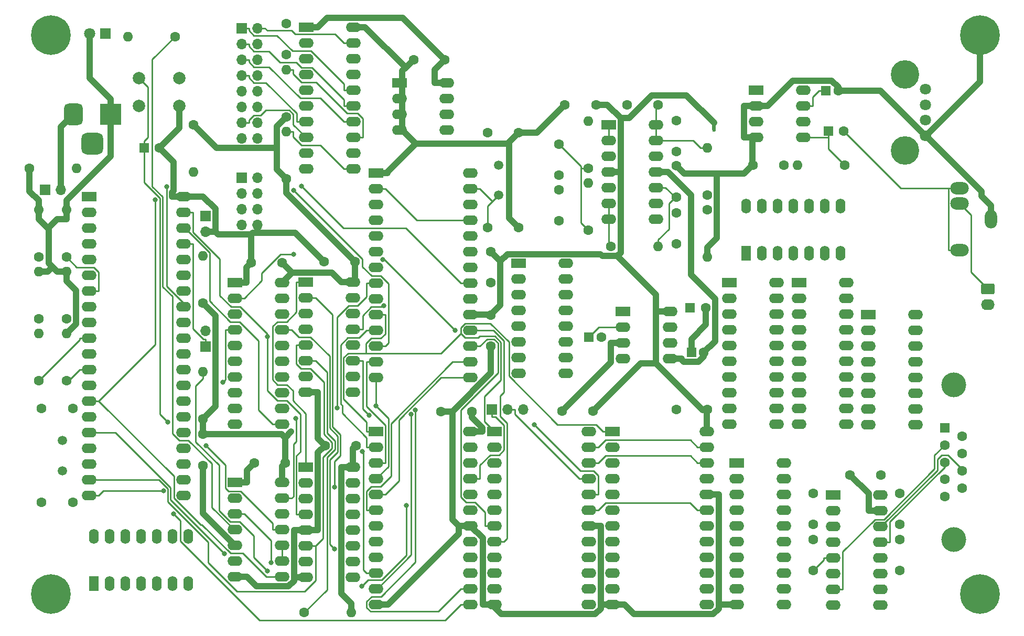
<source format=gbl>
G04 #@! TF.GenerationSoftware,KiCad,Pcbnew,(6.0.11)*
G04 #@! TF.CreationDate,2024-04-02T11:50:41-04:00*
G04 #@! TF.ProjectId,DAISY256,44414953-5932-4353-962e-6b696361645f,rev?*
G04 #@! TF.SameCoordinates,Original*
G04 #@! TF.FileFunction,Copper,L2,Bot*
G04 #@! TF.FilePolarity,Positive*
%FSLAX46Y46*%
G04 Gerber Fmt 4.6, Leading zero omitted, Abs format (unit mm)*
G04 Created by KiCad (PCBNEW (6.0.11)) date 2024-04-02 11:50:41*
%MOMM*%
%LPD*%
G01*
G04 APERTURE LIST*
G04 Aperture macros list*
%AMRoundRect*
0 Rectangle with rounded corners*
0 $1 Rounding radius*
0 $2 $3 $4 $5 $6 $7 $8 $9 X,Y pos of 4 corners*
0 Add a 4 corners polygon primitive as box body*
4,1,4,$2,$3,$4,$5,$6,$7,$8,$9,$2,$3,0*
0 Add four circle primitives for the rounded corners*
1,1,$1+$1,$2,$3*
1,1,$1+$1,$4,$5*
1,1,$1+$1,$6,$7*
1,1,$1+$1,$8,$9*
0 Add four rect primitives between the rounded corners*
20,1,$1+$1,$2,$3,$4,$5,0*
20,1,$1+$1,$4,$5,$6,$7,0*
20,1,$1+$1,$6,$7,$8,$9,0*
20,1,$1+$1,$8,$9,$2,$3,0*%
G04 Aperture macros list end*
G04 #@! TA.AperFunction,ComponentPad*
%ADD10C,1.500000*%
G04 #@! TD*
G04 #@! TA.AperFunction,ComponentPad*
%ADD11R,2.400000X1.600000*%
G04 #@! TD*
G04 #@! TA.AperFunction,ComponentPad*
%ADD12O,2.400000X1.600000*%
G04 #@! TD*
G04 #@! TA.AperFunction,ComponentPad*
%ADD13C,1.600000*%
G04 #@! TD*
G04 #@! TA.AperFunction,ComponentPad*
%ADD14O,1.600000X1.600000*%
G04 #@! TD*
G04 #@! TA.AperFunction,ComponentPad*
%ADD15C,1.800000*%
G04 #@! TD*
G04 #@! TA.AperFunction,ComponentPad*
%ADD16C,4.600000*%
G04 #@! TD*
G04 #@! TA.AperFunction,ComponentPad*
%ADD17O,3.000000X2.000000*%
G04 #@! TD*
G04 #@! TA.AperFunction,ComponentPad*
%ADD18O,2.000000X3.000000*%
G04 #@! TD*
G04 #@! TA.AperFunction,ComponentPad*
%ADD19O,2.999999X2.000000*%
G04 #@! TD*
G04 #@! TA.AperFunction,ComponentPad*
%ADD20R,3.500000X3.500000*%
G04 #@! TD*
G04 #@! TA.AperFunction,ComponentPad*
%ADD21RoundRect,0.750000X-0.750000X-1.000000X0.750000X-1.000000X0.750000X1.000000X-0.750000X1.000000X0*%
G04 #@! TD*
G04 #@! TA.AperFunction,ComponentPad*
%ADD22RoundRect,0.875000X-0.875000X-0.875000X0.875000X-0.875000X0.875000X0.875000X-0.875000X0.875000X0*%
G04 #@! TD*
G04 #@! TA.AperFunction,ComponentPad*
%ADD23R,1.600000X1.600000*%
G04 #@! TD*
G04 #@! TA.AperFunction,ComponentPad*
%ADD24C,4.000000*%
G04 #@! TD*
G04 #@! TA.AperFunction,ComponentPad*
%ADD25C,2.000000*%
G04 #@! TD*
G04 #@! TA.AperFunction,ComponentPad*
%ADD26R,1.700000X1.700000*%
G04 #@! TD*
G04 #@! TA.AperFunction,ComponentPad*
%ADD27O,1.700000X1.700000*%
G04 #@! TD*
G04 #@! TA.AperFunction,ComponentPad*
%ADD28R,1.800000X1.800000*%
G04 #@! TD*
G04 #@! TA.AperFunction,ComponentPad*
%ADD29RoundRect,0.250000X-0.845000X0.620000X-0.845000X-0.620000X0.845000X-0.620000X0.845000X0.620000X0*%
G04 #@! TD*
G04 #@! TA.AperFunction,ComponentPad*
%ADD30O,2.190000X1.740000*%
G04 #@! TD*
G04 #@! TA.AperFunction,ComponentPad*
%ADD31R,1.600000X2.400000*%
G04 #@! TD*
G04 #@! TA.AperFunction,ComponentPad*
%ADD32O,1.600000X2.400000*%
G04 #@! TD*
G04 #@! TA.AperFunction,ComponentPad*
%ADD33C,6.400000*%
G04 #@! TD*
G04 #@! TA.AperFunction,ComponentPad*
%ADD34C,0.600000*%
G04 #@! TD*
G04 #@! TA.AperFunction,ViaPad*
%ADD35C,0.800000*%
G04 #@! TD*
G04 #@! TA.AperFunction,Conductor*
%ADD36C,0.250000*%
G04 #@! TD*
G04 #@! TA.AperFunction,Conductor*
%ADD37C,1.000000*%
G04 #@! TD*
G04 APERTURE END LIST*
G36*
X158550000Y-78850000D02*
G01*
X157950000Y-78850000D01*
X157950000Y-77650000D01*
X158550000Y-77650000D01*
X158550000Y-78850000D01*
G37*
D10*
X123444000Y-89361000D03*
X123444000Y-84481000D03*
X53000000Y-128970000D03*
X53000000Y-133850000D03*
D11*
X141856000Y-127495000D03*
D12*
X141856000Y-130035000D03*
X141856000Y-132575000D03*
X141856000Y-135115000D03*
X141856000Y-137655000D03*
X141856000Y-140195000D03*
X141856000Y-142735000D03*
X141856000Y-145275000D03*
X141856000Y-147815000D03*
X141856000Y-150355000D03*
X141856000Y-152895000D03*
X141856000Y-155435000D03*
X157096000Y-155435000D03*
X157096000Y-152895000D03*
X157096000Y-150355000D03*
X157096000Y-147815000D03*
X157096000Y-145275000D03*
X157096000Y-142735000D03*
X157096000Y-140195000D03*
X157096000Y-137655000D03*
X157096000Y-135115000D03*
X157096000Y-132575000D03*
X157096000Y-130035000D03*
X157096000Y-127495000D03*
D11*
X165012000Y-72350000D03*
D12*
X165012000Y-74890000D03*
X165012000Y-77430000D03*
X165012000Y-79970000D03*
X172632000Y-79970000D03*
X172632000Y-77430000D03*
X172632000Y-74890000D03*
X172632000Y-72350000D03*
D11*
X92355000Y-103350000D03*
D12*
X92355000Y-105890000D03*
X92355000Y-108430000D03*
X92355000Y-110970000D03*
X92355000Y-113510000D03*
X92355000Y-116050000D03*
X92355000Y-118590000D03*
X92355000Y-121130000D03*
X99975000Y-121130000D03*
X99975000Y-118590000D03*
X99975000Y-116050000D03*
X99975000Y-113510000D03*
X99975000Y-110970000D03*
X99975000Y-108430000D03*
X99975000Y-105890000D03*
X99975000Y-103350000D03*
D11*
X80880000Y-103420000D03*
D12*
X80880000Y-105960000D03*
X80880000Y-108500000D03*
X80880000Y-111040000D03*
X80880000Y-113580000D03*
X80880000Y-116120000D03*
X80880000Y-118660000D03*
X80880000Y-121200000D03*
X80880000Y-123740000D03*
X80880000Y-126280000D03*
X88500000Y-126280000D03*
X88500000Y-123740000D03*
X88500000Y-121200000D03*
X88500000Y-118660000D03*
X88500000Y-116120000D03*
X88500000Y-113580000D03*
X88500000Y-111040000D03*
X88500000Y-108500000D03*
X88500000Y-105960000D03*
X88500000Y-103420000D03*
D13*
X95430000Y-129750000D03*
X100430000Y-129750000D03*
X122205000Y-103470000D03*
X122205000Y-98470000D03*
D11*
X80905000Y-135750000D03*
D12*
X80905000Y-138290000D03*
X80905000Y-140830000D03*
X80905000Y-143370000D03*
X80905000Y-145910000D03*
X80905000Y-148450000D03*
X80905000Y-150990000D03*
X88525000Y-150990000D03*
X88525000Y-148450000D03*
X88525000Y-145910000D03*
X88525000Y-143370000D03*
X88525000Y-140830000D03*
X88525000Y-138290000D03*
X88525000Y-135750000D03*
D13*
X133680000Y-124220000D03*
X138680000Y-124220000D03*
X84000000Y-132580000D03*
X89000000Y-132580000D03*
X126705000Y-94545000D03*
X121705000Y-94545000D03*
X126705000Y-79250000D03*
X121705000Y-79250000D03*
D11*
X141258000Y-77960000D03*
D12*
X141258000Y-80500000D03*
X141258000Y-83040000D03*
X141258000Y-85580000D03*
X141258000Y-88120000D03*
X141258000Y-90660000D03*
X141258000Y-93200000D03*
X148878000Y-93200000D03*
X148878000Y-90660000D03*
X148878000Y-88120000D03*
X148878000Y-85580000D03*
X148878000Y-83040000D03*
X148878000Y-80500000D03*
X148878000Y-77960000D03*
D13*
X152180000Y-92160000D03*
X152180000Y-97160000D03*
X169500000Y-84500000D03*
X164500000Y-84500000D03*
X49680000Y-138970000D03*
X54680000Y-138970000D03*
X49680000Y-123750000D03*
X54680000Y-123750000D03*
X174250000Y-142470000D03*
X174250000Y-137470000D03*
X188250000Y-149970000D03*
X188250000Y-144970000D03*
X180180000Y-134500000D03*
X185180000Y-134500000D03*
X122180000Y-113720000D03*
X122180000Y-108720000D03*
X75680000Y-132970000D03*
X75680000Y-127970000D03*
X152180000Y-123970000D03*
X157180000Y-123970000D03*
X95250000Y-100080000D03*
X100250000Y-100080000D03*
X188250000Y-142470000D03*
X188250000Y-137470000D03*
X174250000Y-149970000D03*
X174250000Y-144970000D03*
D11*
X122806000Y-127495000D03*
D12*
X122806000Y-130035000D03*
X122806000Y-132575000D03*
X122806000Y-135115000D03*
X122806000Y-137655000D03*
X122806000Y-140195000D03*
X122806000Y-142735000D03*
X122806000Y-145275000D03*
X122806000Y-147815000D03*
X122806000Y-150355000D03*
X122806000Y-152895000D03*
X122806000Y-155435000D03*
X138046000Y-155435000D03*
X138046000Y-152895000D03*
X138046000Y-150355000D03*
X138046000Y-147815000D03*
X138046000Y-145275000D03*
X138046000Y-142735000D03*
X138046000Y-140195000D03*
X138046000Y-137655000D03*
X138046000Y-135115000D03*
X138046000Y-132575000D03*
X138046000Y-130035000D03*
X138046000Y-127495000D03*
D11*
X57361000Y-89550000D03*
D12*
X57361000Y-92090000D03*
X57361000Y-94630000D03*
X57361000Y-97170000D03*
X57361000Y-99710000D03*
X57361000Y-102250000D03*
X57361000Y-104790000D03*
X57361000Y-107330000D03*
X57361000Y-109870000D03*
X57361000Y-112410000D03*
X57361000Y-114950000D03*
X57361000Y-117490000D03*
X57361000Y-120030000D03*
X57361000Y-122570000D03*
X57361000Y-125110000D03*
X57361000Y-127650000D03*
X57361000Y-130190000D03*
X57361000Y-132730000D03*
X57361000Y-135270000D03*
X57361000Y-137810000D03*
X72601000Y-137810000D03*
X72601000Y-135270000D03*
X72601000Y-132730000D03*
X72601000Y-130190000D03*
X72601000Y-127650000D03*
X72601000Y-125110000D03*
X72601000Y-122570000D03*
X72601000Y-120030000D03*
X72601000Y-117490000D03*
X72601000Y-114950000D03*
X72601000Y-112410000D03*
X72601000Y-109870000D03*
X72601000Y-107330000D03*
X72601000Y-104790000D03*
X72601000Y-102250000D03*
X72601000Y-99710000D03*
X72601000Y-97170000D03*
X72601000Y-94630000D03*
X72601000Y-92090000D03*
X72601000Y-89550000D03*
D13*
X179310000Y-84500000D03*
D14*
X171690000Y-84500000D03*
D13*
X92060000Y-156750000D03*
D14*
X99680000Y-156750000D03*
D13*
X74180000Y-77993000D03*
D14*
X74180000Y-85613000D03*
D15*
X192350000Y-72250000D03*
D16*
X189050000Y-69850000D03*
X189050000Y-82150000D03*
D15*
X192350000Y-79750000D03*
X192350000Y-77250000D03*
X192350000Y-74750000D03*
D17*
X197930000Y-98186000D03*
D18*
X202930000Y-93186000D03*
D17*
X197930000Y-88186000D03*
D19*
X197930000Y-90686000D03*
D20*
X60815500Y-76292500D03*
D21*
X54815500Y-76292500D03*
D22*
X57815500Y-80992500D03*
D23*
X176702900Y-79000000D03*
D13*
X179202900Y-79000000D03*
X133180000Y-81082000D03*
X133180000Y-86082000D03*
X133180000Y-88470000D03*
X133180000Y-93470000D03*
X152180000Y-89620000D03*
X152180000Y-84620000D03*
X134180000Y-74720000D03*
X139180000Y-74720000D03*
X157180000Y-89310000D03*
D14*
X157180000Y-81690000D03*
D13*
X152180000Y-77304000D03*
X152180000Y-82304000D03*
X157180000Y-91660000D03*
D14*
X157180000Y-99280000D03*
D13*
X137939000Y-84970000D03*
D14*
X137939000Y-77350000D03*
D13*
X141629000Y-97660000D03*
D14*
X149249000Y-97660000D03*
D13*
X137939000Y-94970000D03*
D14*
X137939000Y-87350000D03*
D24*
X196919700Y-144960000D03*
X196919700Y-119960000D03*
D23*
X195499700Y-126920000D03*
D13*
X195499700Y-129690000D03*
X195499700Y-132460000D03*
X195499700Y-135230000D03*
X195499700Y-138000000D03*
X198339700Y-128305000D03*
X198339700Y-131075000D03*
X198339700Y-133845000D03*
X198339700Y-136615000D03*
D11*
X103632000Y-85805000D03*
D12*
X103632000Y-88345000D03*
X103632000Y-90885000D03*
X103632000Y-93425000D03*
X103632000Y-95965000D03*
X103632000Y-98505000D03*
X103632000Y-101045000D03*
X103632000Y-103585000D03*
X103632000Y-106125000D03*
X103632000Y-108665000D03*
X103632000Y-111205000D03*
X103632000Y-113745000D03*
X103632000Y-116285000D03*
X103632000Y-118825000D03*
X118872000Y-118825000D03*
X118872000Y-116285000D03*
X118872000Y-113745000D03*
X118872000Y-111205000D03*
X118872000Y-108665000D03*
X118872000Y-106125000D03*
X118872000Y-103585000D03*
X118872000Y-101045000D03*
X118872000Y-98505000D03*
X118872000Y-95965000D03*
X118872000Y-93425000D03*
X118872000Y-90885000D03*
X118872000Y-88345000D03*
X118872000Y-85805000D03*
D11*
X177485000Y-137765000D03*
D12*
X177485000Y-140305000D03*
X177485000Y-142845000D03*
X177485000Y-145385000D03*
X177485000Y-147925000D03*
X177485000Y-150465000D03*
X177485000Y-153005000D03*
X177485000Y-155545000D03*
X185105000Y-155545000D03*
X185105000Y-153005000D03*
X185105000Y-150465000D03*
X185105000Y-147925000D03*
X185105000Y-145385000D03*
X185105000Y-142845000D03*
X185105000Y-140305000D03*
X185105000Y-137765000D03*
D13*
X149180000Y-74720000D03*
X144180000Y-74720000D03*
D23*
X66200500Y-81720000D03*
D13*
X68700500Y-81720000D03*
X75680000Y-125470000D03*
D14*
X75680000Y-117850000D03*
D25*
X71930000Y-74970000D03*
X65430000Y-74970000D03*
X65430000Y-70470000D03*
X71930000Y-70470000D03*
D26*
X76180000Y-113785000D03*
D27*
X76180000Y-111245000D03*
D28*
X59935000Y-63220000D03*
D15*
X57395000Y-63220000D03*
D13*
X71240000Y-63720000D03*
D14*
X63620000Y-63720000D03*
D26*
X122390000Y-123970000D03*
D27*
X124930000Y-123970000D03*
X127470000Y-123970000D03*
D23*
X176292100Y-72500000D03*
D13*
X178292100Y-72500000D03*
D29*
X202480000Y-104480000D03*
D30*
X202480000Y-107020000D03*
D23*
X138064200Y-112269300D03*
D13*
X140064200Y-112269300D03*
D11*
X143505100Y-108155100D03*
D12*
X143505100Y-110695100D03*
X143505100Y-113235100D03*
X143505100Y-115775100D03*
X151125100Y-115775100D03*
X151125100Y-113235100D03*
X151125100Y-110695100D03*
X151125100Y-108155100D03*
D23*
X154589800Y-114750000D03*
D13*
X156589800Y-114750000D03*
D23*
X154404000Y-107530000D03*
D13*
X156904000Y-107530000D03*
D31*
X58125000Y-152050000D03*
D32*
X60665000Y-152050000D03*
X63205000Y-152050000D03*
X65745000Y-152050000D03*
X68285000Y-152050000D03*
X70825000Y-152050000D03*
X73365000Y-152050000D03*
X73365000Y-144430000D03*
X70825000Y-144430000D03*
X68285000Y-144430000D03*
X65745000Y-144430000D03*
X63205000Y-144430000D03*
X60665000Y-144430000D03*
X58125000Y-144430000D03*
D26*
X76180000Y-92675000D03*
D27*
X76180000Y-95215000D03*
D33*
X51180000Y-153742200D03*
D26*
X81975000Y-62375000D03*
D27*
X84515000Y-62375000D03*
X81975000Y-64915000D03*
X84515000Y-64915000D03*
X81975000Y-67455000D03*
X84515000Y-67455000D03*
X81975000Y-69995000D03*
X84515000Y-69995000D03*
X81975000Y-72535000D03*
X84515000Y-72535000D03*
X81975000Y-75075000D03*
X84515000Y-75075000D03*
X81975000Y-77615000D03*
X84515000Y-77615000D03*
X81975000Y-80155000D03*
X84515000Y-80155000D03*
D31*
X163420000Y-98750000D03*
D32*
X165960000Y-98750000D03*
X168500000Y-98750000D03*
X171040000Y-98750000D03*
X173580000Y-98750000D03*
X176120000Y-98750000D03*
X178660000Y-98750000D03*
X178660000Y-91130000D03*
X176120000Y-91130000D03*
X173580000Y-91130000D03*
X171040000Y-91130000D03*
X168500000Y-91130000D03*
X165960000Y-91130000D03*
X163420000Y-91130000D03*
D13*
X109750000Y-67470000D03*
X114750000Y-67470000D03*
X89180000Y-76705000D03*
D14*
X89180000Y-69085000D03*
D26*
X82000000Y-86500000D03*
D27*
X84540000Y-86500000D03*
X82000000Y-89040000D03*
X84540000Y-89040000D03*
X82000000Y-91580000D03*
X84540000Y-91580000D03*
X82000000Y-94120000D03*
X84540000Y-94120000D03*
D11*
X126700000Y-100350000D03*
D12*
X126700000Y-102890000D03*
X126700000Y-105430000D03*
X126700000Y-107970000D03*
X126700000Y-110510000D03*
X126700000Y-113050000D03*
X126700000Y-115590000D03*
X126700000Y-118130000D03*
X134320000Y-118130000D03*
X134320000Y-115590000D03*
X134320000Y-113050000D03*
X134320000Y-110510000D03*
X134320000Y-107970000D03*
X134320000Y-105430000D03*
X134320000Y-102890000D03*
X134320000Y-100350000D03*
D11*
X161950000Y-132575000D03*
D12*
X161950000Y-135115000D03*
X161950000Y-137655000D03*
X161950000Y-140195000D03*
X161950000Y-142735000D03*
X161950000Y-145275000D03*
X161950000Y-147815000D03*
X161950000Y-150355000D03*
X161950000Y-152895000D03*
X161950000Y-155435000D03*
X169570000Y-155435000D03*
X169570000Y-152895000D03*
X169570000Y-150355000D03*
X169570000Y-147815000D03*
X169570000Y-145275000D03*
X169570000Y-142735000D03*
X169570000Y-140195000D03*
X169570000Y-137655000D03*
X169570000Y-135115000D03*
X169570000Y-132575000D03*
D11*
X92355000Y-133301000D03*
D12*
X92355000Y-135841000D03*
X92355000Y-138381000D03*
X92355000Y-140921000D03*
X92355000Y-143461000D03*
X92355000Y-146001000D03*
X92355000Y-148541000D03*
X92355000Y-151081000D03*
X99975000Y-151081000D03*
X99975000Y-148541000D03*
X99975000Y-146001000D03*
X99975000Y-143461000D03*
X99975000Y-140921000D03*
X99975000Y-138381000D03*
X99975000Y-135841000D03*
X99975000Y-133301000D03*
D13*
X53680000Y-99310000D03*
D14*
X53680000Y-91690000D03*
D11*
X183200000Y-108600000D03*
D12*
X183200000Y-111140000D03*
X183200000Y-113680000D03*
X183200000Y-116220000D03*
X183200000Y-118760000D03*
X183200000Y-121300000D03*
X183200000Y-123840000D03*
X183200000Y-126380000D03*
X190820000Y-126380000D03*
X190820000Y-123840000D03*
X190820000Y-121300000D03*
X190820000Y-118760000D03*
X190820000Y-116220000D03*
X190820000Y-113680000D03*
X190820000Y-111140000D03*
X190820000Y-108600000D03*
D13*
X53680000Y-109310000D03*
D14*
X53680000Y-101690000D03*
D13*
X49180000Y-99310000D03*
D14*
X49180000Y-91690000D03*
D26*
X50225000Y-88500000D03*
D27*
X52765000Y-88500000D03*
D13*
X49180000Y-109310000D03*
D14*
X49180000Y-101690000D03*
D33*
X201180000Y-63496000D03*
D13*
X47690000Y-85000000D03*
D14*
X55310000Y-85000000D03*
D13*
X114180000Y-124250000D03*
X119180000Y-124250000D03*
X83500000Y-100250000D03*
X88500000Y-100250000D03*
X53680000Y-119310000D03*
D14*
X53680000Y-111690000D03*
D11*
X107450000Y-71200000D03*
D12*
X107450000Y-73740000D03*
X107450000Y-76280000D03*
X107450000Y-78820000D03*
X115070000Y-78820000D03*
X115070000Y-76280000D03*
X115070000Y-73740000D03*
X115070000Y-71200000D03*
D13*
X49180000Y-119310000D03*
D14*
X49180000Y-111690000D03*
D34*
X158250000Y-78850000D03*
X158250000Y-77650000D03*
D33*
X201180000Y-153742200D03*
D13*
X75680000Y-106780000D03*
D14*
X75680000Y-99160000D03*
D11*
X103680000Y-127495000D03*
D12*
X103680000Y-130035000D03*
X103680000Y-132575000D03*
X103680000Y-135115000D03*
X103680000Y-137655000D03*
X103680000Y-140195000D03*
X103680000Y-142735000D03*
X103680000Y-145275000D03*
X103680000Y-147815000D03*
X103680000Y-150355000D03*
X103680000Y-152895000D03*
X103680000Y-155435000D03*
X118920000Y-155435000D03*
X118920000Y-152895000D03*
X118920000Y-150355000D03*
X118920000Y-147815000D03*
X118920000Y-145275000D03*
X118920000Y-142735000D03*
X118920000Y-140195000D03*
X118920000Y-137655000D03*
X118920000Y-135115000D03*
X118920000Y-132575000D03*
X118920000Y-130035000D03*
X118920000Y-127495000D03*
D13*
X89180000Y-66645000D03*
X89180000Y-61645000D03*
D11*
X92380000Y-62220000D03*
D12*
X92380000Y-64760000D03*
X92380000Y-67300000D03*
X92380000Y-69840000D03*
X92380000Y-72380000D03*
X92380000Y-74920000D03*
X92380000Y-77460000D03*
X92380000Y-80000000D03*
X92380000Y-82540000D03*
X92380000Y-85080000D03*
X100000000Y-85080000D03*
X100000000Y-82540000D03*
X100000000Y-80000000D03*
X100000000Y-77460000D03*
X100000000Y-74920000D03*
X100000000Y-72380000D03*
X100000000Y-69840000D03*
X100000000Y-67300000D03*
X100000000Y-64760000D03*
X100000000Y-62220000D03*
D33*
X51180000Y-63496000D03*
D11*
X160700000Y-103500000D03*
D12*
X160700000Y-106040000D03*
X160700000Y-108580000D03*
X160700000Y-111120000D03*
X160700000Y-113660000D03*
X160700000Y-116200000D03*
X160700000Y-118740000D03*
X160700000Y-121280000D03*
X160700000Y-123820000D03*
X160700000Y-126360000D03*
X168320000Y-126360000D03*
X168320000Y-123820000D03*
X168320000Y-121280000D03*
X168320000Y-118740000D03*
X168320000Y-116200000D03*
X168320000Y-113660000D03*
X168320000Y-111120000D03*
X168320000Y-108580000D03*
X168320000Y-106040000D03*
X168320000Y-103500000D03*
D13*
X89180000Y-86705000D03*
D14*
X89180000Y-79085000D03*
D11*
X171950000Y-103500000D03*
D12*
X171950000Y-106040000D03*
X171950000Y-108580000D03*
X171950000Y-111120000D03*
X171950000Y-113660000D03*
X171950000Y-116200000D03*
X171950000Y-118740000D03*
X171950000Y-121280000D03*
X171950000Y-123820000D03*
X171950000Y-126360000D03*
X179570000Y-126360000D03*
X179570000Y-123820000D03*
X179570000Y-121280000D03*
X179570000Y-118740000D03*
X179570000Y-116200000D03*
X179570000Y-113660000D03*
X179570000Y-111120000D03*
X179570000Y-108580000D03*
X179570000Y-106040000D03*
X179570000Y-103500000D03*
D35*
X89976600Y-127547300D03*
X103632000Y-123395500D03*
X90405200Y-98877900D03*
X116408100Y-111205000D03*
X104747500Y-99775000D03*
X78936900Y-119535600D03*
X101454100Y-130761100D03*
X109324400Y-124727100D03*
X70997100Y-140832200D03*
X110031900Y-124019800D03*
X69857400Y-88006600D03*
X96929600Y-146480700D03*
X69326000Y-137052600D03*
X96948400Y-136456200D03*
X86723600Y-148700500D03*
X79187200Y-147210700D03*
X68013100Y-90104200D03*
X104943100Y-107211200D03*
X90746100Y-125398700D03*
X97370600Y-123675800D03*
X70046400Y-125979500D03*
X76253600Y-129773100D03*
X86165300Y-112195200D03*
X102516400Y-124887400D03*
X129188200Y-126369600D03*
X90402700Y-88598000D03*
X108596300Y-139470700D03*
X101399300Y-152487000D03*
X91636000Y-87907200D03*
X86114800Y-150068800D03*
D36*
X177485000Y-147925000D02*
X175959700Y-147925000D01*
X175959700Y-148260300D02*
X174250000Y-149970000D01*
X175959700Y-147925000D02*
X175959700Y-148260300D01*
D37*
X170962600Y-70839700D02*
X177250100Y-70839700D01*
X95430000Y-129750000D02*
X94255300Y-128575300D01*
X84331900Y-152516600D02*
X89546500Y-152516600D01*
X139955700Y-156085800D02*
X139955700Y-155435000D01*
X83500000Y-95670400D02*
X78185700Y-95670400D01*
X158680300Y-96279400D02*
X158680300Y-85859900D01*
X68700500Y-81720000D02*
X70975300Y-83994800D01*
X139955700Y-142744400D02*
X139946300Y-142735000D01*
X120905700Y-144720700D02*
X118920000Y-142735000D01*
X105532300Y-85598700D02*
X110118100Y-81012900D01*
X122180000Y-118054200D02*
X122180000Y-113720000D01*
X82805300Y-150990000D02*
X84331900Y-152516600D01*
X153419900Y-85859900D02*
X152180000Y-84620000D01*
X105532300Y-85805000D02*
X105532300Y-85598700D01*
X107925100Y-76280000D02*
X107925100Y-73740000D01*
X158996400Y-155435000D02*
X160049700Y-155435000D01*
X164842100Y-74890000D02*
X163111700Y-74890000D01*
X80905000Y-135750000D02*
X82805300Y-135750000D01*
X141604800Y-116295200D02*
X133680000Y-124220000D01*
X115984200Y-124250000D02*
X122180000Y-118054200D01*
X72601000Y-89550000D02*
X75756200Y-89550000D01*
X164842100Y-74890000D02*
X165012000Y-74890000D01*
X72601000Y-89550000D02*
X70700700Y-89550000D01*
X158680300Y-85859900D02*
X153419900Y-85859900D01*
X165012000Y-79970000D02*
X164440000Y-79970000D01*
X82805300Y-133774700D02*
X84000000Y-132580000D01*
X52765000Y-78343000D02*
X52765000Y-88500000D01*
X129650000Y-79250000D02*
X134180000Y-74720000D01*
X70700700Y-88928500D02*
X70700700Y-89550000D01*
X92355000Y-121130000D02*
X94255300Y-121130000D01*
X154589800Y-114750000D02*
X154589800Y-112568800D01*
X80905000Y-150990000D02*
X82805300Y-150990000D01*
X107925100Y-78820000D02*
X110118100Y-81012900D01*
X178292100Y-72500000D02*
X185100000Y-72500000D01*
X70975300Y-83994800D02*
X70975300Y-88653900D01*
X201180000Y-71038300D02*
X192468300Y-79750000D01*
X156904000Y-110254600D02*
X156904000Y-107530000D01*
X178292100Y-71881700D02*
X178292100Y-72500000D01*
X122372500Y-155435000D02*
X123906700Y-156969200D01*
X82780300Y-100969700D02*
X82780300Y-103420000D01*
X161950000Y-155435000D02*
X160049700Y-155435000D01*
X163111700Y-74890000D02*
X163111700Y-79970000D01*
X177250100Y-70839700D02*
X178292100Y-71881700D01*
X95250000Y-100080000D02*
X90614900Y-95444900D01*
X143756300Y-155435000D02*
X145283200Y-156961900D01*
X123906700Y-156969200D02*
X139072300Y-156969200D01*
X94255300Y-128575300D02*
X94255300Y-121130000D01*
X54815500Y-76292500D02*
X52765000Y-78343000D01*
X107450000Y-76280000D02*
X107925100Y-76280000D01*
X105580300Y-155435000D02*
X117019700Y-143995600D01*
X164440000Y-84500000D02*
X163080100Y-85859900D01*
X120905700Y-155435000D02*
X120905700Y-144720700D01*
X201429600Y-88711300D02*
X192468300Y-79750000D01*
X192468300Y-79750000D02*
X192350000Y-79750000D01*
X141604800Y-113235100D02*
X141604800Y-116295200D01*
X142289500Y-155435000D02*
X143756300Y-155435000D01*
X158136400Y-156961900D02*
X158996400Y-156101900D01*
X83725500Y-95444900D02*
X84540000Y-95444900D01*
X107450000Y-73740000D02*
X107925100Y-73740000D01*
X183204700Y-137524700D02*
X180180000Y-134500000D01*
X157180000Y-97779700D02*
X158680300Y-96279400D01*
X157096000Y-137655000D02*
X158996300Y-137655000D01*
X117019700Y-143995600D02*
X117019700Y-142735000D01*
X202930000Y-90985700D02*
X201429600Y-89485300D01*
X125179600Y-80775400D02*
X125179600Y-81012900D01*
X145283200Y-156961900D02*
X158136400Y-156961900D01*
X92355000Y-151081000D02*
X90454700Y-151081000D01*
X107450000Y-71200000D02*
X107925100Y-71200000D01*
X139955700Y-155435000D02*
X139955700Y-142744400D01*
X122806000Y-155435000D02*
X122372500Y-155435000D01*
X154589800Y-112568800D02*
X156904000Y-110254600D01*
X125179600Y-93019600D02*
X126705000Y-94545000D01*
X92355000Y-143461000D02*
X90454700Y-143461000D01*
X90614900Y-95444900D02*
X84540000Y-95444900D01*
X77730300Y-91524100D02*
X77730300Y-95215000D01*
X166912300Y-74890000D02*
X170962600Y-70839700D01*
X141856000Y-155435000D02*
X139955700Y-155435000D01*
X158996400Y-137655100D02*
X158996300Y-137655000D01*
X125179600Y-81012900D02*
X125179600Y-93019600D01*
X138046000Y-142735000D02*
X139946300Y-142735000D01*
X163080100Y-85859900D02*
X158680300Y-85859900D01*
X164440000Y-84500000D02*
X164440000Y-79970000D01*
X107925100Y-69294900D02*
X107925100Y-71200000D01*
X114180000Y-124250000D02*
X115984200Y-124250000D01*
X108450200Y-68769800D02*
X107925100Y-69294900D01*
X202930000Y-93186000D02*
X202930000Y-90985700D01*
X103680000Y-155435000D02*
X105580300Y-155435000D01*
X117019700Y-142735000D02*
X115984200Y-141699500D01*
X107925100Y-71200000D02*
X107925100Y-73740000D01*
X83500000Y-95670400D02*
X83725500Y-95444900D01*
X115984200Y-141699500D02*
X115984200Y-124250000D01*
X84540000Y-94120000D02*
X84540000Y-95444900D01*
X122372500Y-155435000D02*
X120905700Y-155435000D01*
X142289500Y-155435000D02*
X141856000Y-155435000D01*
X118920000Y-142735000D02*
X117019700Y-142735000D01*
X185105000Y-140305000D02*
X183204700Y-140305000D01*
X94255300Y-130924700D02*
X95430000Y-129750000D01*
X143505100Y-113235100D02*
X141604800Y-113235100D01*
X164440000Y-79970000D02*
X163111700Y-79970000D01*
X201180000Y-63496000D02*
X201180000Y-71038300D01*
X125179600Y-81012900D02*
X110118100Y-81012900D01*
X126705000Y-79250000D02*
X129650000Y-79250000D01*
X103632000Y-85805000D02*
X105532300Y-85805000D01*
X183204700Y-140305000D02*
X183204700Y-137524700D01*
X164500000Y-84500000D02*
X164440000Y-84500000D01*
X201429600Y-89485300D02*
X201429600Y-88711300D01*
X100000000Y-62220000D02*
X101900300Y-62220000D01*
X157180000Y-99280000D02*
X157180000Y-97779700D01*
X80905000Y-145910000D02*
X75680000Y-140685000D01*
X80880000Y-103420000D02*
X82780300Y-103420000D01*
X82805300Y-135750000D02*
X82805300Y-133774700D01*
X78185700Y-95670400D02*
X77730300Y-95215000D01*
X83500000Y-100250000D02*
X83500000Y-95670400D01*
X83500000Y-100250000D02*
X82780300Y-100969700D01*
X158996400Y-155435000D02*
X158996400Y-137655100D01*
X76180000Y-95215000D02*
X77730300Y-95215000D01*
X75680000Y-140685000D02*
X75680000Y-132970000D01*
X101900300Y-62220000D02*
X108450200Y-68769800D01*
X75756200Y-89550000D02*
X77730300Y-91524100D01*
X90454700Y-151608400D02*
X90454700Y-151081000D01*
X126705000Y-79250000D02*
X125179600Y-80775400D01*
X139072300Y-156969200D02*
X139955700Y-156085800D01*
X107450000Y-78820000D02*
X107925100Y-78820000D01*
X158996400Y-156101900D02*
X158996400Y-155435000D01*
X165012000Y-74890000D02*
X166912300Y-74890000D01*
X94255300Y-143461000D02*
X94255300Y-130924700D01*
X185100000Y-72500000D02*
X192350000Y-79750000D01*
X89546500Y-152516600D02*
X90454700Y-151608400D01*
X70975300Y-88653900D02*
X70700700Y-88928500D01*
X107925100Y-76280000D02*
X107925100Y-78820000D01*
X71930000Y-74970000D02*
X71930000Y-78490500D01*
X71930000Y-78490500D02*
X68700500Y-81720000D01*
X109750000Y-67470000D02*
X108450200Y-68769800D01*
X92355000Y-143461000D02*
X94255300Y-143461000D01*
X90454700Y-143461000D02*
X90454700Y-151081000D01*
D36*
X176702900Y-79970000D02*
X176702900Y-81892900D01*
X176702900Y-79970000D02*
X174157300Y-79970000D01*
X172632000Y-79970000D02*
X174157300Y-79970000D01*
X176702900Y-79000000D02*
X176702900Y-79970000D01*
X176702900Y-81892900D02*
X179310000Y-84500000D01*
X143505100Y-110695100D02*
X139638400Y-110695100D01*
X139638400Y-110695100D02*
X138064200Y-112269300D01*
X148878000Y-88120000D02*
X150403300Y-88120000D01*
X152110100Y-89689900D02*
X152180000Y-89620000D01*
X150964200Y-90698900D02*
X151973200Y-89689900D01*
X150403300Y-88120000D02*
X151973200Y-89689900D01*
X149249000Y-96534700D02*
X150964200Y-94819500D01*
X151973200Y-89689900D02*
X152110100Y-89689900D01*
X149249000Y-97660000D02*
X149249000Y-96534700D01*
X150964200Y-94819500D02*
X150964200Y-90698900D01*
X148878000Y-77960000D02*
X148878000Y-80500000D01*
X149180000Y-74720000D02*
X148878000Y-75022000D01*
X148878000Y-75022000D02*
X148878000Y-77960000D01*
X156054700Y-81690000D02*
X154864700Y-80500000D01*
X154864700Y-80500000D02*
X148878000Y-80500000D01*
X157180000Y-81690000D02*
X156054700Y-81690000D01*
D37*
X124915600Y-98849600D02*
X123750100Y-100015100D01*
X49180000Y-90189700D02*
X47690000Y-88699700D01*
X120820300Y-126873500D02*
X119180000Y-125233200D01*
X95780600Y-60719700D02*
X94280300Y-62220000D01*
X143158300Y-98631700D02*
X143158300Y-85580000D01*
X77730400Y-108830400D02*
X77730400Y-123419600D01*
X47690000Y-88699700D02*
X47690000Y-85000000D01*
X143158300Y-76846700D02*
X141031600Y-74720000D01*
X52179700Y-101690000D02*
X51439700Y-100950000D01*
X53680000Y-101690000D02*
X53680000Y-103190300D01*
X142629600Y-99160400D02*
X143158300Y-98631700D01*
X148875300Y-108155100D02*
X149224800Y-108155100D01*
X157180000Y-123970000D02*
X157138000Y-124012000D01*
X89000000Y-132580000D02*
X89000000Y-128523900D01*
X113169700Y-69050300D02*
X114750000Y-67470000D01*
X53680000Y-103190300D02*
X55201500Y-104711800D01*
X157096000Y-124012000D02*
X157096000Y-127495000D01*
X122180000Y-108665000D02*
X122180000Y-108720000D01*
X100430000Y-129750000D02*
X99975000Y-130205000D01*
X51439700Y-100950000D02*
X51420300Y-100950000D01*
X146422700Y-116477300D02*
X148875300Y-116477300D01*
X148875300Y-116477300D02*
X148875300Y-108155100D01*
X144551300Y-76846700D02*
X148198400Y-73199600D01*
X75680000Y-125470000D02*
X75680000Y-127970000D01*
X140239600Y-99160400D02*
X139928800Y-98849600D01*
X113169700Y-71200000D02*
X113169700Y-69050300D01*
X148875300Y-116477300D02*
X156410000Y-124012000D01*
X98074700Y-153644400D02*
X99680000Y-155249700D01*
X50530200Y-94540500D02*
X50830400Y-94540500D01*
X53680000Y-91690000D02*
X53680000Y-90189700D01*
X139928800Y-98849600D02*
X124915600Y-98849600D01*
X88525000Y-133055000D02*
X88525000Y-135750000D01*
X118872000Y-108665000D02*
X120772300Y-108665000D01*
X92380000Y-62220000D02*
X94280300Y-62220000D01*
X89180000Y-86705000D02*
X87633000Y-85158000D01*
X123750100Y-100015100D02*
X123750100Y-107094900D01*
X96559700Y-101835000D02*
X90085000Y-101835000D01*
X50830400Y-94540500D02*
X52180600Y-93190300D01*
X123750100Y-107094900D02*
X122180000Y-108665000D01*
X51420300Y-100950000D02*
X50680300Y-101690000D01*
X49180000Y-101690000D02*
X50680300Y-101690000D01*
X77730400Y-123419600D02*
X75680000Y-125470000D01*
X49180000Y-91690000D02*
X49180000Y-90189700D01*
X90085000Y-101835000D02*
X88500000Y-103420000D01*
X114750000Y-67470000D02*
X107999700Y-60719700D01*
X49180000Y-93190300D02*
X50530200Y-94540500D01*
X77919800Y-81732800D02*
X87633000Y-81732800D01*
X60815500Y-73842200D02*
X57395000Y-70421700D01*
X148875300Y-105406100D02*
X142629600Y-99160400D01*
X157138000Y-124012000D02*
X157096000Y-124012000D01*
X89000000Y-128523900D02*
X89976600Y-127547300D01*
X55201500Y-110168500D02*
X53680000Y-111690000D01*
X99680000Y-156750000D02*
X99680000Y-155249700D01*
X141258000Y-85580000D02*
X143158300Y-85580000D01*
X120820300Y-127495000D02*
X120820300Y-126873500D01*
X87633000Y-85158000D02*
X87633000Y-81732800D01*
X74180000Y-77993000D02*
X77919800Y-81732800D01*
X156410000Y-124012000D02*
X157096000Y-124012000D01*
X122205000Y-98470000D02*
X123750100Y-100015100D01*
X100250000Y-100080000D02*
X100250000Y-103075000D01*
X98074700Y-133301000D02*
X98074700Y-153644400D01*
X53680000Y-91690000D02*
X53680000Y-93190300D01*
X50830400Y-94540500D02*
X50830400Y-100360100D01*
X138680000Y-124220000D02*
X146422700Y-116477300D01*
X143158300Y-76846700D02*
X144551300Y-76846700D01*
X55201500Y-104711800D02*
X55201500Y-110168500D01*
X143158300Y-85580000D02*
X143158300Y-76846700D01*
X141031600Y-74720000D02*
X139180000Y-74720000D01*
X98074700Y-103350000D02*
X96559700Y-101835000D01*
X122180000Y-108665000D02*
X120772300Y-108665000D01*
X119180000Y-125233200D02*
X119180000Y-124250000D01*
X153799600Y-73199600D02*
X158250000Y-77650000D01*
X148198400Y-73199600D02*
X153799600Y-73199600D01*
X89000000Y-128523900D02*
X88446100Y-127970000D01*
X50830400Y-100360100D02*
X51420300Y-100950000D01*
X88446100Y-127970000D02*
X75680000Y-127970000D01*
X52180600Y-93190300D02*
X53680000Y-93190300D01*
X87633000Y-81732800D02*
X87633000Y-78252000D01*
X75680000Y-106780000D02*
X77730400Y-108830400D01*
X99975000Y-130205000D02*
X99975000Y-133301000D01*
X49180000Y-91690000D02*
X49180000Y-93190300D01*
X148875300Y-108155100D02*
X148875300Y-105406100D01*
X53680000Y-90189700D02*
X60815500Y-83054200D01*
X53680000Y-101690000D02*
X52179700Y-101690000D01*
X142629600Y-99160400D02*
X140239600Y-99160400D01*
X107999700Y-60719700D02*
X95780600Y-60719700D01*
X57395000Y-70421700D02*
X57395000Y-63220000D01*
X115070000Y-71200000D02*
X113169700Y-71200000D01*
X100250000Y-103075000D02*
X99975000Y-103350000D01*
X60815500Y-76292500D02*
X60815500Y-73842200D01*
X89000000Y-132580000D02*
X88525000Y-133055000D01*
X87633000Y-78252000D02*
X89180000Y-76705000D01*
X118920000Y-127495000D02*
X120820300Y-127495000D01*
X60815500Y-83054200D02*
X60815500Y-76292500D01*
X90085000Y-101835000D02*
X88500000Y-100250000D01*
X151125100Y-108155100D02*
X149224800Y-108155100D01*
X89180000Y-89010000D02*
X89180000Y-86705000D01*
X99975000Y-103350000D02*
X98074700Y-103350000D01*
X100250000Y-100080000D02*
X89180000Y-89010000D01*
X99975000Y-133301000D02*
X98074700Y-133301000D01*
D36*
X104430300Y-112475000D02*
X102889700Y-112475000D01*
X98436500Y-122251500D02*
X98436500Y-115572800D01*
X122806000Y-127495000D02*
X121214600Y-125903600D01*
X102086000Y-114870500D02*
X114142700Y-114870500D01*
X132944700Y-126369700D02*
X139205400Y-126369700D01*
X125140100Y-113049200D02*
X125140100Y-118565100D01*
X102889700Y-112475000D02*
X102086000Y-113278700D01*
X105157300Y-108665000D02*
X105157300Y-111748000D01*
X123845500Y-119227200D02*
X123845500Y-113084200D01*
X117341800Y-111671400D02*
X117341800Y-110734300D01*
X120405300Y-112122000D02*
X120172100Y-112355200D01*
X125140100Y-118565100D02*
X132944700Y-126369700D01*
X114142700Y-114870500D02*
X117341800Y-111671400D01*
X117341800Y-110734300D02*
X118049900Y-110026200D01*
X118025600Y-112355200D02*
X117341800Y-111671400D01*
X121214600Y-125903600D02*
X121214600Y-121858100D01*
X102154700Y-125969700D02*
X98436500Y-122251500D01*
X105157300Y-111748000D02*
X104430300Y-112475000D01*
X122883300Y-112122000D02*
X120405300Y-112122000D01*
X122117100Y-110026200D02*
X125140100Y-113049200D01*
X99138800Y-114870500D02*
X102086000Y-114870500D01*
X102086000Y-113278700D02*
X102086000Y-114870500D01*
X121214600Y-121858100D02*
X123845500Y-119227200D01*
X141856000Y-127495000D02*
X140330700Y-127495000D01*
X118049900Y-110026200D02*
X122117100Y-110026200D01*
X102154700Y-127495000D02*
X102154700Y-125969700D01*
X139205400Y-126369700D02*
X140330700Y-127495000D01*
X123845500Y-113084200D02*
X122883300Y-112122000D01*
X103680000Y-127495000D02*
X102154700Y-127495000D01*
X120172100Y-112355200D02*
X118025600Y-112355200D01*
X103632000Y-108665000D02*
X105157300Y-108665000D01*
X98436500Y-115572800D02*
X99138800Y-114870500D01*
X98211400Y-124566400D02*
X98211400Y-123302300D01*
X103632000Y-111205000D02*
X102106700Y-111205000D01*
X97976000Y-113513300D02*
X99104700Y-112384600D01*
X103680000Y-130035000D02*
X102154700Y-130035000D01*
X102154700Y-128509700D02*
X98211400Y-124566400D01*
X102154700Y-130035000D02*
X102154700Y-128509700D01*
X100927100Y-112384600D02*
X102106700Y-111205000D01*
X99104700Y-112384600D02*
X100927100Y-112384600D01*
X97976000Y-123066900D02*
X97976000Y-113513300D01*
X98211400Y-123302300D02*
X97976000Y-123066900D01*
X103632000Y-116285000D02*
X102106700Y-116285000D01*
X102106700Y-123425900D02*
X102106700Y-116285000D01*
X103680000Y-132575000D02*
X105205300Y-132575000D01*
X105205300Y-126524500D02*
X102106700Y-123425900D01*
X105205300Y-132575000D02*
X105205300Y-126524500D01*
X105655700Y-133139300D02*
X105655700Y-125419200D01*
X105655700Y-125419200D02*
X103632000Y-123395500D01*
X103632000Y-123395500D02*
X103632000Y-118825000D01*
X103680000Y-135115000D02*
X105655700Y-133139300D01*
X107418500Y-135441800D02*
X107418500Y-125602600D01*
X114196100Y-118825000D02*
X118872000Y-118825000D01*
X107418500Y-125602600D02*
X114196100Y-118825000D01*
X105205300Y-137655000D02*
X107418500Y-135441800D01*
X103680000Y-137655000D02*
X105205300Y-137655000D01*
X104418000Y-136385000D02*
X102918600Y-136385000D01*
X103680000Y-140195000D02*
X102154700Y-140195000D01*
X102918600Y-136385000D02*
X102154700Y-137148900D01*
X106106100Y-126226000D02*
X106106100Y-134696900D01*
X102154700Y-137148900D02*
X102154700Y-140195000D01*
X118872000Y-116285000D02*
X116047100Y-116285000D01*
X116047100Y-116285000D02*
X106106100Y-126226000D01*
X106106100Y-134696900D02*
X104418000Y-136385000D01*
X119696500Y-138925000D02*
X118185800Y-138925000D01*
X118185800Y-138925000D02*
X117386900Y-138126100D01*
X121569900Y-112572400D02*
X120397300Y-113745000D01*
X123344700Y-113220400D02*
X122696700Y-112572400D01*
X117386900Y-138126100D02*
X117386900Y-124014600D01*
X117386900Y-124014600D02*
X123344700Y-118056800D01*
X122696700Y-112572400D02*
X121569900Y-112572400D01*
X123344700Y-118056800D02*
X123344700Y-113220400D01*
X121280700Y-142735000D02*
X121280700Y-140509200D01*
X118872000Y-113745000D02*
X120397300Y-113745000D01*
X121280700Y-140509200D02*
X119696500Y-138925000D01*
X122806000Y-142735000D02*
X121280700Y-142735000D01*
X104747500Y-99775000D02*
X104978100Y-99775000D01*
X88247800Y-98877900D02*
X85228000Y-101897700D01*
X85228000Y-101897700D02*
X85228000Y-103137300D01*
X124331300Y-145275000D02*
X124797700Y-144808600D01*
X124310700Y-112856700D02*
X122659000Y-111205000D01*
X80880000Y-105960000D02*
X82405300Y-105960000D01*
X122806000Y-145275000D02*
X124331300Y-145275000D01*
X124797700Y-144808600D02*
X124797700Y-126139600D01*
X124797700Y-126139600D02*
X123741800Y-125083700D01*
X85228000Y-103137300D02*
X82405300Y-105960000D01*
X124310700Y-121155300D02*
X124310700Y-112856700D01*
X104978100Y-99775000D02*
X116408100Y-111205000D01*
X123741800Y-125083700D02*
X123741800Y-121724200D01*
X90405200Y-98877900D02*
X88247800Y-98877900D01*
X122659000Y-111205000D02*
X118872000Y-111205000D01*
X123741800Y-121724200D02*
X124310700Y-121155300D01*
X80880000Y-111040000D02*
X79354700Y-111040000D01*
X103680000Y-150355000D02*
X102154700Y-150355000D01*
X79354700Y-111040000D02*
X79354700Y-119117800D01*
X79354700Y-119117800D02*
X78936900Y-119535600D01*
X101668300Y-130975300D02*
X101454100Y-130761100D01*
X101668300Y-149868600D02*
X101668300Y-130975300D01*
X102154700Y-150355000D02*
X101668300Y-149868600D01*
X109324400Y-147441300D02*
X109324400Y-124727100D01*
X103870700Y-152895000D02*
X109324400Y-147441300D01*
X103680000Y-152895000D02*
X103870700Y-152895000D01*
X72095000Y-145167800D02*
X72095000Y-141930100D01*
X117394700Y-155435000D02*
X114876000Y-157953700D01*
X72095000Y-141930100D02*
X70997100Y-140832200D01*
X114876000Y-157953700D02*
X84880900Y-157953700D01*
X84880900Y-157953700D02*
X72095000Y-145167800D01*
X118920000Y-155435000D02*
X117394700Y-155435000D01*
X102139800Y-154976000D02*
X102950800Y-154165000D01*
X102139800Y-155928100D02*
X102139800Y-154976000D01*
X110049800Y-124037700D02*
X110031900Y-124019800D01*
X102794800Y-156583100D02*
X102139800Y-155928100D01*
X102950800Y-154165000D02*
X104468700Y-154165000D01*
X104468700Y-154165000D02*
X110049800Y-148583900D01*
X113706600Y-156583100D02*
X102794800Y-156583100D01*
X117394700Y-152895000D02*
X113706600Y-156583100D01*
X118920000Y-152895000D02*
X117394700Y-152895000D01*
X110049800Y-148583900D02*
X110049800Y-124037700D01*
X69857400Y-104038000D02*
X72601000Y-106781600D01*
X69857400Y-88006600D02*
X69857400Y-104038000D01*
X72601000Y-106781600D02*
X72601000Y-107330000D01*
X97487200Y-128241700D02*
X97487300Y-128241700D01*
X97487300Y-128241700D02*
X97487300Y-130783900D01*
X91225300Y-112240000D02*
X93113000Y-112240000D01*
X96195000Y-126949500D02*
X97487200Y-128241700D01*
X96197600Y-132073600D02*
X96197600Y-145748700D01*
X88500000Y-111040000D02*
X90025300Y-111040000D01*
X93113000Y-112240000D02*
X96195000Y-115322000D01*
X97487300Y-130783900D02*
X96197600Y-132073600D01*
X96197600Y-145748700D02*
X96929600Y-146480700D01*
X96195000Y-115322000D02*
X96195000Y-126949500D01*
X90025300Y-111040000D02*
X91225300Y-112240000D01*
X139571300Y-140195000D02*
X140761800Y-139004500D01*
X138046000Y-140195000D02*
X139571300Y-140195000D01*
X154380200Y-139004500D02*
X155570700Y-140195000D01*
X157096000Y-140195000D02*
X155570700Y-140195000D01*
X140761800Y-139004500D02*
X154380200Y-139004500D01*
X154421500Y-131425800D02*
X155570700Y-132575000D01*
X139571300Y-132575000D02*
X140720500Y-131425800D01*
X140720500Y-131425800D02*
X154421500Y-131425800D01*
X138046000Y-132575000D02*
X139571300Y-132575000D01*
X157096000Y-132575000D02*
X155570700Y-132575000D01*
X157096000Y-130035000D02*
X155570700Y-130035000D01*
X138046000Y-130035000D02*
X139571300Y-130035000D01*
X140720500Y-128885800D02*
X154421500Y-128885800D01*
X139571300Y-130035000D02*
X140720500Y-128885800D01*
X154421500Y-128885800D02*
X155570700Y-130035000D01*
X97037000Y-129065300D02*
X97037000Y-130371500D01*
X95744700Y-117914400D02*
X95744700Y-127773000D01*
X93880300Y-116050000D02*
X95744700Y-117914400D01*
X97037000Y-130371500D02*
X95747100Y-131661400D01*
X95747100Y-153062900D02*
X92060000Y-156750000D01*
X95744700Y-127773000D02*
X97037000Y-129065300D01*
X92355000Y-116050000D02*
X93880300Y-116050000D01*
X95747100Y-131661400D02*
X95747100Y-153062900D01*
X91583900Y-117320000D02*
X93083900Y-117320000D01*
X70051300Y-138860600D02*
X70051300Y-136752100D01*
X76570700Y-145380000D02*
X70051300Y-138860600D01*
X92107300Y-153354800D02*
X81261100Y-153354800D01*
X76570700Y-148664400D02*
X76570700Y-145380000D01*
X95294400Y-127959600D02*
X96586600Y-129251800D01*
X90829700Y-113510000D02*
X90829700Y-116565800D01*
X95080700Y-131690900D02*
X95080700Y-144800600D01*
X95294400Y-119530500D02*
X95294400Y-127959600D01*
X96586600Y-130185000D02*
X95080700Y-131690900D01*
X93880300Y-146001000D02*
X93880300Y-151581800D01*
X93880300Y-151581800D02*
X92107300Y-153354800D01*
X92355000Y-113510000D02*
X90829700Y-113510000D01*
X81261100Y-153354800D02*
X76570700Y-148664400D01*
X90829700Y-116565800D02*
X91583900Y-117320000D01*
X95080700Y-144800600D02*
X93880300Y-146001000D01*
X96586600Y-129251800D02*
X96586600Y-130185000D01*
X93083900Y-117320000D02*
X95294400Y-119530500D01*
X68569200Y-135270000D02*
X57361000Y-135270000D01*
X92355000Y-146001000D02*
X93880300Y-146001000D01*
X70051300Y-136752100D02*
X68569200Y-135270000D01*
X58886300Y-137810000D02*
X59643700Y-137052600D01*
X57361000Y-137810000D02*
X58886300Y-137810000D01*
X59643700Y-137052600D02*
X69326000Y-137052600D01*
X96645300Y-108655000D02*
X96645300Y-126762900D01*
X97937600Y-131381600D02*
X96948400Y-132370800D01*
X97937600Y-128055100D02*
X97937600Y-131381600D01*
X93880300Y-105890000D02*
X96645300Y-108655000D01*
X92355000Y-105890000D02*
X93880300Y-105890000D01*
X96948400Y-132370800D02*
X96948400Y-136456200D01*
X96645300Y-126762900D02*
X96645400Y-126762900D01*
X96645400Y-126762900D02*
X97937600Y-128055100D01*
X86974600Y-110522700D02*
X87727300Y-109770000D01*
X90247900Y-122536500D02*
X90247900Y-120916400D01*
X89261500Y-119930000D02*
X87760700Y-119930000D01*
X90829700Y-108175700D02*
X90829700Y-103350000D01*
X90247900Y-120916400D02*
X89261500Y-119930000D01*
X92355000Y-103350000D02*
X90829700Y-103350000D01*
X87760700Y-119930000D02*
X86974600Y-119143900D01*
X92355000Y-124643600D02*
X90247900Y-122536500D01*
X87727300Y-109770000D02*
X89235400Y-109770000D01*
X92355000Y-133301000D02*
X92355000Y-124643600D01*
X89235400Y-109770000D02*
X90829700Y-108175700D01*
X86974600Y-119143900D02*
X86974600Y-110522700D01*
X118920000Y-135115000D02*
X120445300Y-135115000D01*
X122076000Y-131305000D02*
X123529700Y-131305000D01*
X122390000Y-123970000D02*
X122390000Y-125145300D01*
X124331400Y-130503300D02*
X124331400Y-126499200D01*
X120445300Y-135115000D02*
X120445300Y-132935700D01*
X122977500Y-125145300D02*
X122390000Y-125145300D01*
X120445300Y-132935700D02*
X122076000Y-131305000D01*
X123529700Y-131305000D02*
X124331400Y-130503300D01*
X124331400Y-126499200D02*
X122977500Y-125145300D01*
X80905000Y-140830000D02*
X82430300Y-140830000D01*
X82430300Y-140830000D02*
X86723600Y-145123300D01*
X86723600Y-145123300D02*
X86723600Y-148700500D01*
X197930000Y-88186000D02*
X196104700Y-88186000D01*
X179202900Y-79000000D02*
X188388900Y-88186000D01*
X196104700Y-88186000D02*
X196104700Y-98186000D01*
X197930000Y-98186000D02*
X196104700Y-98186000D01*
X188388900Y-88186000D02*
X196104700Y-88186000D01*
X141258000Y-93200000D02*
X141258000Y-90660000D01*
X141258000Y-97289000D02*
X141258000Y-93200000D01*
X141629000Y-97660000D02*
X141258000Y-97289000D01*
X136762800Y-84664800D02*
X133180000Y-81082000D01*
X137939000Y-94970000D02*
X136762800Y-93793800D01*
X136762800Y-84970000D02*
X137939000Y-84970000D01*
X136762800Y-93793800D02*
X136762800Y-84970000D01*
X136762800Y-84970000D02*
X136762800Y-84664800D01*
X179010300Y-146933100D02*
X179010300Y-153005000D01*
X195499700Y-129690000D02*
X193858700Y-131331000D01*
X184223800Y-141719600D02*
X179010300Y-146933100D01*
X177485000Y-153005000D02*
X179010300Y-153005000D01*
X185683000Y-141719600D02*
X184223800Y-141719600D01*
X193858700Y-131331000D02*
X193858700Y-133543900D01*
X193858700Y-133543900D02*
X185683000Y-141719600D01*
X186630300Y-145385000D02*
X186630300Y-142108900D01*
X185105000Y-145385000D02*
X186630300Y-145385000D01*
X186630300Y-142108900D02*
X195499700Y-133239500D01*
X195499700Y-133239500D02*
X195499700Y-132460000D01*
X198339700Y-133607900D02*
X198339700Y-133845000D01*
X185105000Y-142845000D02*
X185194500Y-142845000D01*
X185194500Y-142845000D02*
X194309000Y-133730500D01*
X195020300Y-131313100D02*
X196044900Y-131313100D01*
X194309000Y-132024400D02*
X195020300Y-131313100D01*
X194309000Y-133730500D02*
X194309000Y-132024400D01*
X196044900Y-131313100D02*
X198339700Y-133607900D01*
X141258000Y-80500000D02*
X141258000Y-77960000D01*
X81606700Y-109770000D02*
X84690000Y-112853300D01*
X72601000Y-94630000D02*
X72826600Y-94630000D01*
X84690000Y-123995300D02*
X86974700Y-126280000D01*
X72826600Y-94630000D02*
X76805400Y-98608800D01*
X76805400Y-98608800D02*
X76805400Y-106417000D01*
X88500000Y-126280000D02*
X86974700Y-126280000D01*
X80158400Y-109770000D02*
X81606700Y-109770000D01*
X76805400Y-106417000D02*
X80158400Y-109770000D01*
X84690000Y-112853300D02*
X84690000Y-123995300D01*
X79187200Y-147210700D02*
X70501600Y-138525100D01*
X70501600Y-136565500D02*
X61586100Y-127650000D01*
X70501600Y-138525100D02*
X70501600Y-136565500D01*
X61586100Y-127650000D02*
X57361000Y-127650000D01*
X82193500Y-147180000D02*
X86003500Y-150990000D01*
X75553800Y-142551000D02*
X80182800Y-147180000D01*
X103632000Y-88345000D02*
X105157300Y-88345000D01*
X71045200Y-134728900D02*
X71045200Y-138252800D01*
X58773700Y-122570000D02*
X58886300Y-122570000D01*
X75343400Y-142551000D02*
X75553800Y-142551000D01*
X80182800Y-147180000D02*
X82193500Y-147180000D01*
X71045200Y-138252800D02*
X75343400Y-142551000D01*
X118872000Y-93425000D02*
X110237300Y-93425000D01*
X57361000Y-122570000D02*
X58773700Y-122570000D01*
X58886300Y-122570000D02*
X71045200Y-134728900D01*
X68013100Y-113443200D02*
X58886300Y-122570000D01*
X68013100Y-90104200D02*
X68013100Y-113443200D01*
X110237300Y-93425000D02*
X105157300Y-88345000D01*
X86003500Y-150990000D02*
X88525000Y-150990000D01*
X104759300Y-107395000D02*
X104943100Y-107211200D01*
X101500300Y-110970000D02*
X101500300Y-108784400D01*
X102889700Y-107395000D02*
X104759300Y-107395000D01*
X99975000Y-110970000D02*
X101500300Y-110970000D01*
X101500300Y-108784400D02*
X102889700Y-107395000D01*
X99251900Y-107160000D02*
X97370600Y-109041300D01*
X90374200Y-129560800D02*
X90374200Y-137966100D01*
X90814900Y-125467500D02*
X90814900Y-129120100D01*
X102106700Y-105759800D02*
X100706500Y-107160000D01*
X90814900Y-129120100D02*
X90374200Y-129560800D01*
X90746100Y-125398700D02*
X90814900Y-125467500D01*
X103632000Y-103585000D02*
X102106700Y-103585000D01*
X88525000Y-138290000D02*
X90050300Y-138290000D01*
X100706500Y-107160000D02*
X99251900Y-107160000D01*
X102106700Y-103585000D02*
X102106700Y-105759800D01*
X90374200Y-137966100D02*
X90050300Y-138290000D01*
X97370600Y-109041300D02*
X97370600Y-123675800D01*
D37*
X153397100Y-116270900D02*
X155694700Y-116270900D01*
X154525100Y-102189100D02*
X158404400Y-106068400D01*
X154525100Y-89326800D02*
X154525100Y-102189100D01*
X153025400Y-115775100D02*
X153025400Y-115899200D01*
X156589800Y-115375800D02*
X156589800Y-114750000D01*
X158404400Y-106068400D02*
X158404400Y-112935400D01*
X153025400Y-115899200D02*
X153397100Y-116270900D01*
X150778300Y-85580000D02*
X154525100Y-89326800D01*
X155694700Y-116270900D02*
X156589800Y-115375800D01*
X158404400Y-112935400D02*
X156589800Y-114750000D01*
X151125100Y-115775100D02*
X153025400Y-115775100D01*
X148878000Y-85580000D02*
X150778300Y-85580000D01*
D36*
X88525000Y-145910000D02*
X88525000Y-148450000D01*
X66805200Y-79990000D02*
X66200500Y-80594700D01*
X70046400Y-125979500D02*
X68738400Y-124671500D01*
X66805200Y-71845200D02*
X66805200Y-79990000D01*
X79379700Y-136684800D02*
X79834300Y-137139400D01*
X79379700Y-132899200D02*
X79379700Y-136684800D01*
X86999700Y-142321400D02*
X86999700Y-143370000D01*
X88525000Y-143370000D02*
X86999700Y-143370000D01*
X81817700Y-137139400D02*
X86999700Y-142321400D01*
X66200500Y-87265900D02*
X66200500Y-81720000D01*
X68738400Y-124671500D02*
X68738400Y-89803700D01*
X76253600Y-129773100D02*
X79379700Y-132899200D01*
X66200600Y-87265900D02*
X66200500Y-87265900D01*
X68738400Y-89803700D02*
X66200600Y-87265900D01*
X79834300Y-137139400D02*
X81817700Y-137139400D01*
X65430000Y-70470000D02*
X66805200Y-71845200D01*
X66200500Y-81720000D02*
X66200500Y-80594700D01*
X175166800Y-72500000D02*
X174157300Y-73509500D01*
X176292100Y-72500000D02*
X175166800Y-72500000D01*
X174157300Y-73509500D02*
X174157300Y-74890000D01*
X172632000Y-74890000D02*
X174157300Y-74890000D01*
X120397300Y-88345000D02*
X122428700Y-90376300D01*
X121705000Y-94545000D02*
X121705000Y-91100000D01*
X118872000Y-88345000D02*
X120397300Y-88345000D01*
X122428700Y-90376300D02*
X123444000Y-89361000D01*
X121705000Y-91100000D02*
X122428700Y-90376300D01*
X76180000Y-112609700D02*
X75812700Y-112609700D01*
X72601000Y-97170000D02*
X74126300Y-97170000D01*
X74126300Y-110923300D02*
X74126300Y-97170000D01*
X76180000Y-113785000D02*
X76180000Y-112609700D01*
X75812700Y-112609700D02*
X74126300Y-110923300D01*
X70771700Y-127821900D02*
X70771700Y-105689800D01*
X69188700Y-89617100D02*
X67536600Y-87965000D01*
X77159100Y-139745700D02*
X77159100Y-132693500D01*
X69188700Y-104106800D02*
X69188700Y-89617100D01*
X77159100Y-132693500D02*
X73385600Y-128920000D01*
X67536600Y-87965000D02*
X67536600Y-67423400D01*
X67536600Y-67423400D02*
X71240000Y-63720000D01*
X71869800Y-128920000D02*
X70771700Y-127821900D01*
X73385600Y-128920000D02*
X71869800Y-128920000D01*
X80905000Y-143370000D02*
X80783400Y-143370000D01*
X70771700Y-105689800D02*
X69188700Y-104106800D01*
X80783400Y-143370000D02*
X77159100Y-139745700D01*
X126105300Y-123970000D02*
X126105300Y-124699600D01*
X138046000Y-135115000D02*
X136520700Y-135115000D01*
X124930000Y-123970000D02*
X126105300Y-123970000D01*
X126105300Y-124699600D02*
X136520700Y-135115000D01*
X199755300Y-92511300D02*
X197930000Y-90686000D01*
X202480000Y-104480000D02*
X199755300Y-101755300D01*
X199755300Y-101755300D02*
X199755300Y-92511300D01*
X78465700Y-99632200D02*
X74126300Y-95292800D01*
X74126300Y-95292800D02*
X74126300Y-92090000D01*
X87749300Y-122470000D02*
X89224500Y-122470000D01*
X72601000Y-92090000D02*
X74126300Y-92090000D01*
X90829700Y-131436700D02*
X90829700Y-140921000D01*
X91471500Y-124717000D02*
X91471500Y-130794900D01*
X91471500Y-130794900D02*
X90829700Y-131436700D01*
X78465700Y-105537900D02*
X78465700Y-99632200D01*
X89224500Y-122470000D02*
X91471500Y-124717000D01*
X86165300Y-120886000D02*
X87749300Y-122470000D01*
X92355000Y-140921000D02*
X90829700Y-140921000D01*
X86165300Y-112195200D02*
X86165300Y-111781500D01*
X86165300Y-112195200D02*
X86165300Y-120886000D01*
X86165300Y-111781500D02*
X81758400Y-107374600D01*
X80302400Y-107374600D02*
X78465700Y-105537900D01*
X81758400Y-107374600D02*
X80302400Y-107374600D01*
X101500300Y-123871300D02*
X102516400Y-124887400D01*
X139571300Y-134634600D02*
X138781700Y-133845000D01*
X136663600Y-133845000D02*
X129188200Y-126369600D01*
X138046000Y-137655000D02*
X139571300Y-137655000D01*
X99975000Y-116050000D02*
X101500300Y-116050000D01*
X138781700Y-133845000D02*
X136663600Y-133845000D01*
X101500300Y-116050000D02*
X101500300Y-123871300D01*
X139571300Y-137655000D02*
X139571300Y-134634600D01*
X90305300Y-79085000D02*
X90305300Y-79929000D01*
X91646300Y-81270000D02*
X94664700Y-81270000D01*
X90305300Y-79929000D02*
X91646300Y-81270000D01*
X94664700Y-81270000D02*
X98474700Y-85080000D01*
X100000000Y-85080000D02*
X98474700Y-85080000D01*
X89180000Y-79085000D02*
X90305300Y-79085000D01*
X100663900Y-76116100D02*
X98971800Y-76116100D01*
X93965700Y-71110000D02*
X91627000Y-71110000D01*
X98971800Y-76116100D02*
X93965700Y-71110000D01*
X90305300Y-69788300D02*
X90305300Y-69085000D01*
X101525300Y-80000000D02*
X101525300Y-76977500D01*
X91627000Y-71110000D02*
X90305300Y-69788300D01*
X101525300Y-76977500D02*
X100663900Y-76116100D01*
X100000000Y-80000000D02*
X101525300Y-80000000D01*
X89180000Y-69085000D02*
X90305300Y-69085000D01*
X105157300Y-113745000D02*
X105672900Y-113229400D01*
X101479100Y-99674400D02*
X90402700Y-88598000D01*
X105672900Y-113229400D02*
X105672900Y-103623500D01*
X101479100Y-100915100D02*
X101479100Y-99674400D01*
X103632000Y-113745000D02*
X105157300Y-113745000D01*
X102944800Y-102380800D02*
X101479100Y-100915100D01*
X105672900Y-103623500D02*
X104430200Y-102380800D01*
X104430200Y-102380800D02*
X102944800Y-102380800D01*
X101399300Y-152487000D02*
X102405900Y-151480400D01*
X102405900Y-151480400D02*
X104571700Y-151480400D01*
X108596300Y-147455800D02*
X108596300Y-139470700D01*
X104571700Y-151480400D02*
X108596300Y-147455800D01*
X108456700Y-94695000D02*
X98423800Y-94695000D01*
X98423800Y-94695000D02*
X91636000Y-87907200D01*
X117346700Y-103585000D02*
X108456700Y-94695000D01*
X118872000Y-103585000D02*
X117346700Y-103585000D01*
X75680000Y-118975300D02*
X74552700Y-120102600D01*
X83902900Y-144376100D02*
X83902900Y-147856900D01*
X83902900Y-147856900D02*
X86114800Y-150068800D01*
X74552700Y-129172200D02*
X78335300Y-132954800D01*
X75680000Y-117850000D02*
X75680000Y-118975300D01*
X74552700Y-120102600D02*
X74552700Y-129172200D01*
X78335300Y-132954800D02*
X78335300Y-140285000D01*
X81626800Y-142100000D02*
X83902900Y-144376100D01*
X80150300Y-142100000D02*
X81626800Y-142100000D01*
X78335300Y-140285000D02*
X80150300Y-142100000D01*
X87676800Y-63550300D02*
X83958200Y-63550300D01*
X90156500Y-66030000D02*
X87676800Y-63550300D01*
X93173300Y-66030000D02*
X90156500Y-66030000D01*
X83958200Y-63550300D02*
X83150300Y-62742400D01*
X83150300Y-62742400D02*
X83150300Y-62375000D01*
X81975000Y-62375000D02*
X83150300Y-62375000D01*
X98474700Y-71331400D02*
X93173300Y-66030000D01*
X98474700Y-72380000D02*
X98474700Y-71331400D01*
X100000000Y-72380000D02*
X98474700Y-72380000D01*
X84515000Y-62375000D02*
X85690300Y-62375000D01*
X97072700Y-63358000D02*
X98474700Y-64760000D01*
X86091200Y-62775900D02*
X90055400Y-62775900D01*
X100000000Y-64760000D02*
X98474700Y-64760000D01*
X90637500Y-63358000D02*
X97072700Y-63358000D01*
X85690300Y-62375000D02*
X86091200Y-62775900D01*
X90055400Y-62775900D02*
X90637500Y-63358000D01*
X90760000Y-67865000D02*
X88179700Y-67865000D01*
X98474700Y-74920000D02*
X98474700Y-73871400D01*
X83150300Y-65282400D02*
X83150300Y-64915000D01*
X98474700Y-73871400D02*
X93317900Y-68714600D01*
X91609600Y-68714600D02*
X90760000Y-67865000D01*
X93317900Y-68714600D02*
X91609600Y-68714600D01*
X100000000Y-74920000D02*
X98474700Y-74920000D01*
X81975000Y-64915000D02*
X83150300Y-64915000D01*
X83958200Y-66090300D02*
X83150300Y-65282400D01*
X86405000Y-66090300D02*
X83958200Y-66090300D01*
X88179700Y-67865000D02*
X86405000Y-66090300D01*
X86405000Y-68630300D02*
X83958200Y-68630300D01*
X94664700Y-73650000D02*
X91424700Y-73650000D01*
X100000000Y-77460000D02*
X98474700Y-77460000D01*
X83958200Y-68630300D02*
X83150300Y-67822400D01*
X83150300Y-67822400D02*
X83150300Y-67455000D01*
X91424700Y-73650000D02*
X86405000Y-68630300D01*
X81975000Y-67455000D02*
X83150300Y-67455000D01*
X98474700Y-77460000D02*
X94664700Y-73650000D01*
X85899600Y-71170300D02*
X83958200Y-71170300D01*
X81975000Y-69995000D02*
X83150300Y-69995000D01*
X83150300Y-70362400D02*
X83150300Y-69995000D01*
X83958200Y-71170300D02*
X83150300Y-70362400D01*
X90854700Y-76125400D02*
X85899600Y-71170300D01*
X92380000Y-77460000D02*
X90854700Y-77460000D01*
X90854700Y-77460000D02*
X90854700Y-76125400D01*
X90316400Y-77936400D02*
X90316400Y-76248200D01*
X83150300Y-77247600D02*
X83150300Y-77615000D01*
X92380000Y-80000000D02*
X90316400Y-77936400D01*
X85050500Y-76439700D02*
X83958200Y-76439700D01*
X89646200Y-75578000D02*
X85912200Y-75578000D01*
X85912200Y-75578000D02*
X85050500Y-76439700D01*
X81975000Y-77615000D02*
X83150300Y-77615000D01*
X90316400Y-76248200D02*
X89646200Y-75578000D01*
X83958200Y-76439700D02*
X83150300Y-77247600D01*
X58886300Y-101783600D02*
X58886300Y-104790000D01*
X53680000Y-99310000D02*
X55350000Y-100980000D01*
X58082700Y-100980000D02*
X58886300Y-101783600D01*
X55350000Y-100980000D02*
X58082700Y-100980000D01*
X57361000Y-104790000D02*
X58886300Y-104790000D01*
X55835700Y-112654300D02*
X55835700Y-112410000D01*
X57361000Y-112410000D02*
X55835700Y-112410000D01*
X49180000Y-119310000D02*
X55835700Y-112654300D01*
X53680000Y-119310000D02*
X54015700Y-119310000D01*
X57361000Y-117490000D02*
X55835700Y-117490000D01*
X54015700Y-119310000D02*
X55835700Y-117490000D01*
M02*

</source>
